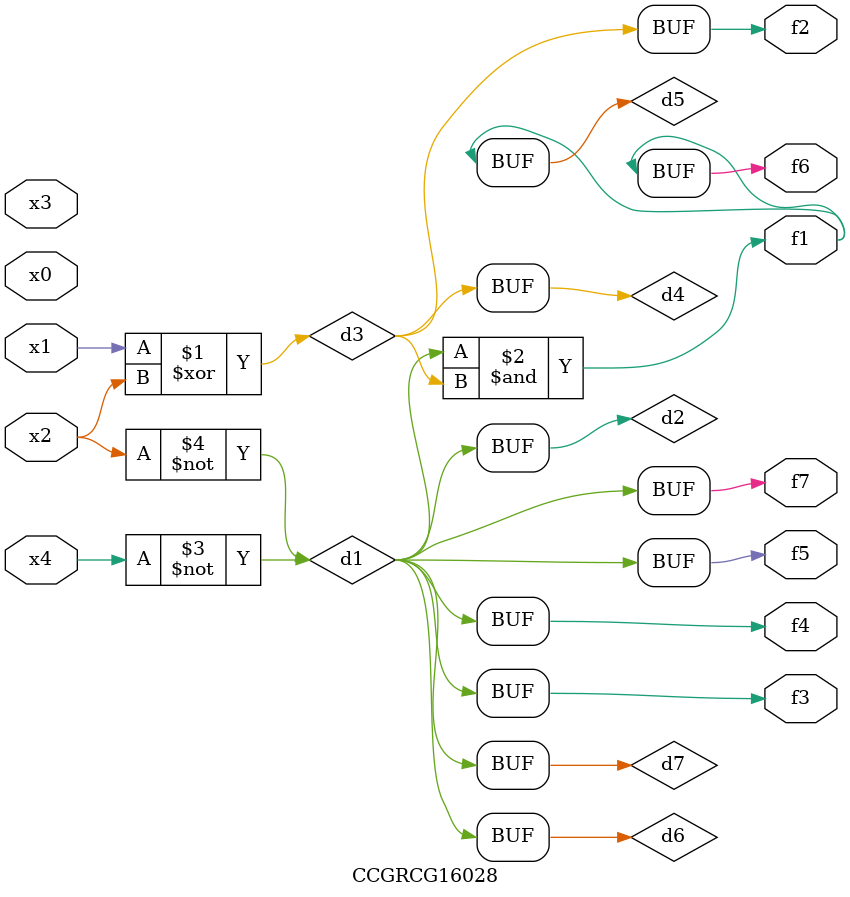
<source format=v>
module CCGRCG16028(
	input x0, x1, x2, x3, x4,
	output f1, f2, f3, f4, f5, f6, f7
);

	wire d1, d2, d3, d4, d5, d6, d7;

	not (d1, x4);
	not (d2, x2);
	xor (d3, x1, x2);
	buf (d4, d3);
	and (d5, d1, d3);
	buf (d6, d1, d2);
	buf (d7, d2);
	assign f1 = d5;
	assign f2 = d4;
	assign f3 = d7;
	assign f4 = d7;
	assign f5 = d7;
	assign f6 = d5;
	assign f7 = d7;
endmodule

</source>
